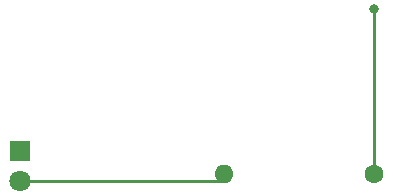
<source format=gbr>
%TF.GenerationSoftware,KiCad,Pcbnew,7.0.7*%
%TF.CreationDate,2023-09-10T22:48:18+01:00*%
%TF.ProjectId,kikad-tutorial,6b696b61-642d-4747-9574-6f7269616c2e,0*%
%TF.SameCoordinates,Original*%
%TF.FileFunction,Copper,L1,Top*%
%TF.FilePolarity,Positive*%
%FSLAX46Y46*%
G04 Gerber Fmt 4.6, Leading zero omitted, Abs format (unit mm)*
G04 Created by KiCad (PCBNEW 7.0.7) date 2023-09-10 22:48:18*
%MOMM*%
%LPD*%
G01*
G04 APERTURE LIST*
%TA.AperFunction,ComponentPad*%
%ADD10C,1.600000*%
%TD*%
%TA.AperFunction,ComponentPad*%
%ADD11O,1.600000X1.600000*%
%TD*%
%TA.AperFunction,ComponentPad*%
%ADD12C,1.800000*%
%TD*%
%TA.AperFunction,ComponentPad*%
%ADD13R,1.800000X1.800000*%
%TD*%
%TA.AperFunction,ViaPad*%
%ADD14C,0.800000*%
%TD*%
%TA.AperFunction,Conductor*%
%ADD15C,0.250000*%
%TD*%
G04 APERTURE END LIST*
D10*
%TO.P,R1,1*%
%TO.N,VCC*%
X75000000Y-87000000D03*
D11*
%TO.P,R1,2*%
%TO.N,/LED*%
X62300000Y-87000000D03*
%TD*%
D12*
%TO.P,D1,2,A*%
%TO.N,/LED*%
X45000000Y-87540000D03*
D13*
%TO.P,D1,1,K*%
%TO.N,GND*%
X45000000Y-85000000D03*
%TD*%
D14*
%TO.N,VCC*%
X75000000Y-73000000D03*
%TD*%
D15*
%TO.N,/LED*%
X61760000Y-87540000D02*
X62300000Y-87000000D01*
X45000000Y-87540000D02*
X61760000Y-87540000D01*
%TO.N,VCC*%
X75000000Y-73000000D02*
X75000000Y-87000000D01*
%TD*%
M02*

</source>
